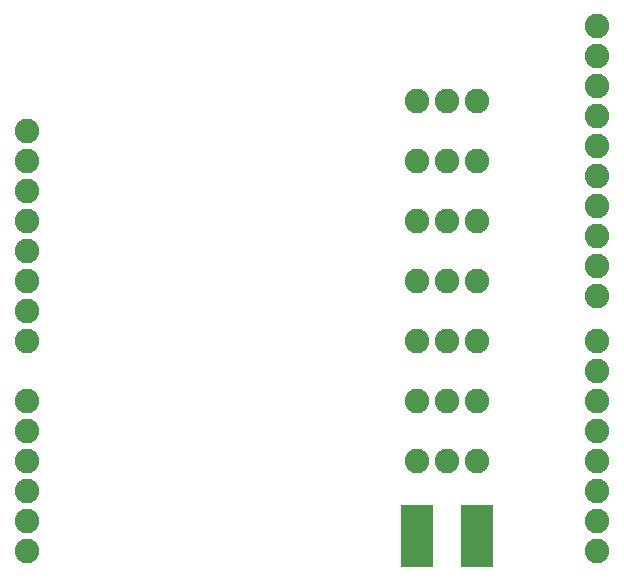
<source format=gbr>
G04 EAGLE Gerber X2 export*
%TF.Part,Single*%
%TF.FileFunction,Soldermask,Top,1*%
%TF.FilePolarity,Negative*%
%TF.GenerationSoftware,Autodesk,EAGLE,9.1.0*%
%TF.CreationDate,2018-07-29T06:40:26Z*%
G75*
%MOMM*%
%FSLAX34Y34*%
%LPD*%
%AMOC8*
5,1,8,0,0,1.08239X$1,22.5*%
G01*
%ADD10C,2.082800*%
%ADD11R,2.743200X5.283200*%
%ADD12C,1.478200*%


D10*
X25400Y330200D03*
X25400Y304800D03*
X25400Y279400D03*
X25400Y254000D03*
X25400Y228600D03*
X25400Y203200D03*
X25400Y152400D03*
X25400Y127000D03*
X25400Y101600D03*
X25400Y76200D03*
X25400Y50800D03*
X25400Y25400D03*
X508000Y25400D03*
X508000Y50800D03*
X508000Y76200D03*
X508000Y101600D03*
X508000Y127000D03*
X508000Y152400D03*
X508000Y177800D03*
X508000Y203200D03*
X508000Y241300D03*
X508000Y266700D03*
X508000Y292100D03*
X508000Y317500D03*
X508000Y342900D03*
X508000Y368300D03*
X508000Y393700D03*
X508000Y419100D03*
X508000Y444500D03*
X508000Y469900D03*
X25400Y355600D03*
X25400Y381000D03*
X406400Y101600D03*
X381000Y101600D03*
X355600Y101600D03*
X406400Y152400D03*
X381000Y152400D03*
X355600Y152400D03*
X406400Y203200D03*
X381000Y203200D03*
X355600Y203200D03*
X406400Y254000D03*
X381000Y254000D03*
X355600Y254000D03*
X406400Y304800D03*
X381000Y304800D03*
X355600Y304800D03*
X406400Y355600D03*
X381000Y355600D03*
X355600Y355600D03*
X406400Y406400D03*
X381000Y406400D03*
X355600Y406400D03*
D11*
X406400Y38100D03*
X355600Y38100D03*
D12*
X355600Y38100D03*
M02*

</source>
